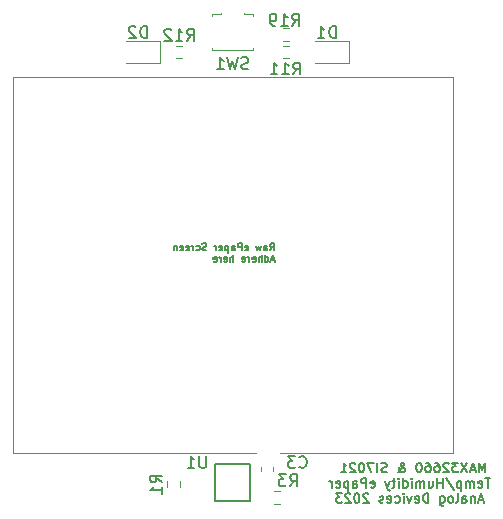
<source format=gbo>
%TF.GenerationSoftware,KiCad,Pcbnew,7.0.7*%
%TF.CreationDate,2023-11-30T17:57:34-08:00*%
%TF.ProjectId,TemperatureHumidityEPD,54656d70-6572-4617-9475-726548756d69,rev?*%
%TF.SameCoordinates,PX75040e0PY7b67cc0*%
%TF.FileFunction,Legend,Bot*%
%TF.FilePolarity,Positive*%
%FSLAX46Y46*%
G04 Gerber Fmt 4.6, Leading zero omitted, Abs format (unit mm)*
G04 Created by KiCad (PCBNEW 7.0.7) date 2023-11-30 17:57:34*
%MOMM*%
%LPD*%
G01*
G04 APERTURE LIST*
%ADD10C,0.127000*%
%ADD11C,0.100000*%
%ADD12C,0.150000*%
%ADD13C,0.120000*%
G04 APERTURE END LIST*
D10*
X27180733Y22712033D02*
X27380733Y22997747D01*
X27523590Y22712033D02*
X27523590Y23312033D01*
X27523590Y23312033D02*
X27295019Y23312033D01*
X27295019Y23312033D02*
X27237876Y23283462D01*
X27237876Y23283462D02*
X27209305Y23254890D01*
X27209305Y23254890D02*
X27180733Y23197747D01*
X27180733Y23197747D02*
X27180733Y23112033D01*
X27180733Y23112033D02*
X27209305Y23054890D01*
X27209305Y23054890D02*
X27237876Y23026319D01*
X27237876Y23026319D02*
X27295019Y22997747D01*
X27295019Y22997747D02*
X27523590Y22997747D01*
X26666448Y22712033D02*
X26666448Y23026319D01*
X26666448Y23026319D02*
X26695019Y23083462D01*
X26695019Y23083462D02*
X26752162Y23112033D01*
X26752162Y23112033D02*
X26866448Y23112033D01*
X26866448Y23112033D02*
X26923590Y23083462D01*
X26666448Y22740604D02*
X26723590Y22712033D01*
X26723590Y22712033D02*
X26866448Y22712033D01*
X26866448Y22712033D02*
X26923590Y22740604D01*
X26923590Y22740604D02*
X26952162Y22797747D01*
X26952162Y22797747D02*
X26952162Y22854890D01*
X26952162Y22854890D02*
X26923590Y22912033D01*
X26923590Y22912033D02*
X26866448Y22940604D01*
X26866448Y22940604D02*
X26723590Y22940604D01*
X26723590Y22940604D02*
X26666448Y22969176D01*
X26437876Y23112033D02*
X26323591Y22712033D01*
X26323591Y22712033D02*
X26209305Y22997747D01*
X26209305Y22997747D02*
X26095019Y22712033D01*
X26095019Y22712033D02*
X25980733Y23112033D01*
X25066448Y22740604D02*
X25123591Y22712033D01*
X25123591Y22712033D02*
X25237877Y22712033D01*
X25237877Y22712033D02*
X25295019Y22740604D01*
X25295019Y22740604D02*
X25323591Y22797747D01*
X25323591Y22797747D02*
X25323591Y23026319D01*
X25323591Y23026319D02*
X25295019Y23083462D01*
X25295019Y23083462D02*
X25237877Y23112033D01*
X25237877Y23112033D02*
X25123591Y23112033D01*
X25123591Y23112033D02*
X25066448Y23083462D01*
X25066448Y23083462D02*
X25037877Y23026319D01*
X25037877Y23026319D02*
X25037877Y22969176D01*
X25037877Y22969176D02*
X25323591Y22912033D01*
X24780733Y22712033D02*
X24780733Y23312033D01*
X24780733Y23312033D02*
X24552162Y23312033D01*
X24552162Y23312033D02*
X24495019Y23283462D01*
X24495019Y23283462D02*
X24466448Y23254890D01*
X24466448Y23254890D02*
X24437876Y23197747D01*
X24437876Y23197747D02*
X24437876Y23112033D01*
X24437876Y23112033D02*
X24466448Y23054890D01*
X24466448Y23054890D02*
X24495019Y23026319D01*
X24495019Y23026319D02*
X24552162Y22997747D01*
X24552162Y22997747D02*
X24780733Y22997747D01*
X23923591Y22712033D02*
X23923591Y23026319D01*
X23923591Y23026319D02*
X23952162Y23083462D01*
X23952162Y23083462D02*
X24009305Y23112033D01*
X24009305Y23112033D02*
X24123591Y23112033D01*
X24123591Y23112033D02*
X24180733Y23083462D01*
X23923591Y22740604D02*
X23980733Y22712033D01*
X23980733Y22712033D02*
X24123591Y22712033D01*
X24123591Y22712033D02*
X24180733Y22740604D01*
X24180733Y22740604D02*
X24209305Y22797747D01*
X24209305Y22797747D02*
X24209305Y22854890D01*
X24209305Y22854890D02*
X24180733Y22912033D01*
X24180733Y22912033D02*
X24123591Y22940604D01*
X24123591Y22940604D02*
X23980733Y22940604D01*
X23980733Y22940604D02*
X23923591Y22969176D01*
X23637876Y23112033D02*
X23637876Y22512033D01*
X23637876Y23083462D02*
X23580734Y23112033D01*
X23580734Y23112033D02*
X23466448Y23112033D01*
X23466448Y23112033D02*
X23409305Y23083462D01*
X23409305Y23083462D02*
X23380734Y23054890D01*
X23380734Y23054890D02*
X23352162Y22997747D01*
X23352162Y22997747D02*
X23352162Y22826319D01*
X23352162Y22826319D02*
X23380734Y22769176D01*
X23380734Y22769176D02*
X23409305Y22740604D01*
X23409305Y22740604D02*
X23466448Y22712033D01*
X23466448Y22712033D02*
X23580734Y22712033D01*
X23580734Y22712033D02*
X23637876Y22740604D01*
X22866448Y22740604D02*
X22923591Y22712033D01*
X22923591Y22712033D02*
X23037877Y22712033D01*
X23037877Y22712033D02*
X23095019Y22740604D01*
X23095019Y22740604D02*
X23123591Y22797747D01*
X23123591Y22797747D02*
X23123591Y23026319D01*
X23123591Y23026319D02*
X23095019Y23083462D01*
X23095019Y23083462D02*
X23037877Y23112033D01*
X23037877Y23112033D02*
X22923591Y23112033D01*
X22923591Y23112033D02*
X22866448Y23083462D01*
X22866448Y23083462D02*
X22837877Y23026319D01*
X22837877Y23026319D02*
X22837877Y22969176D01*
X22837877Y22969176D02*
X23123591Y22912033D01*
X22580733Y22712033D02*
X22580733Y23112033D01*
X22580733Y22997747D02*
X22552162Y23054890D01*
X22552162Y23054890D02*
X22523591Y23083462D01*
X22523591Y23083462D02*
X22466448Y23112033D01*
X22466448Y23112033D02*
X22409305Y23112033D01*
X21780733Y22740604D02*
X21695019Y22712033D01*
X21695019Y22712033D02*
X21552161Y22712033D01*
X21552161Y22712033D02*
X21495019Y22740604D01*
X21495019Y22740604D02*
X21466447Y22769176D01*
X21466447Y22769176D02*
X21437876Y22826319D01*
X21437876Y22826319D02*
X21437876Y22883462D01*
X21437876Y22883462D02*
X21466447Y22940604D01*
X21466447Y22940604D02*
X21495019Y22969176D01*
X21495019Y22969176D02*
X21552161Y22997747D01*
X21552161Y22997747D02*
X21666447Y23026319D01*
X21666447Y23026319D02*
X21723590Y23054890D01*
X21723590Y23054890D02*
X21752161Y23083462D01*
X21752161Y23083462D02*
X21780733Y23140604D01*
X21780733Y23140604D02*
X21780733Y23197747D01*
X21780733Y23197747D02*
X21752161Y23254890D01*
X21752161Y23254890D02*
X21723590Y23283462D01*
X21723590Y23283462D02*
X21666447Y23312033D01*
X21666447Y23312033D02*
X21523590Y23312033D01*
X21523590Y23312033D02*
X21437876Y23283462D01*
X20923590Y22740604D02*
X20980732Y22712033D01*
X20980732Y22712033D02*
X21095018Y22712033D01*
X21095018Y22712033D02*
X21152161Y22740604D01*
X21152161Y22740604D02*
X21180732Y22769176D01*
X21180732Y22769176D02*
X21209304Y22826319D01*
X21209304Y22826319D02*
X21209304Y22997747D01*
X21209304Y22997747D02*
X21180732Y23054890D01*
X21180732Y23054890D02*
X21152161Y23083462D01*
X21152161Y23083462D02*
X21095018Y23112033D01*
X21095018Y23112033D02*
X20980732Y23112033D01*
X20980732Y23112033D02*
X20923590Y23083462D01*
X20666446Y22712033D02*
X20666446Y23112033D01*
X20666446Y22997747D02*
X20637875Y23054890D01*
X20637875Y23054890D02*
X20609304Y23083462D01*
X20609304Y23083462D02*
X20552161Y23112033D01*
X20552161Y23112033D02*
X20495018Y23112033D01*
X20066446Y22740604D02*
X20123589Y22712033D01*
X20123589Y22712033D02*
X20237875Y22712033D01*
X20237875Y22712033D02*
X20295017Y22740604D01*
X20295017Y22740604D02*
X20323589Y22797747D01*
X20323589Y22797747D02*
X20323589Y23026319D01*
X20323589Y23026319D02*
X20295017Y23083462D01*
X20295017Y23083462D02*
X20237875Y23112033D01*
X20237875Y23112033D02*
X20123589Y23112033D01*
X20123589Y23112033D02*
X20066446Y23083462D01*
X20066446Y23083462D02*
X20037875Y23026319D01*
X20037875Y23026319D02*
X20037875Y22969176D01*
X20037875Y22969176D02*
X20323589Y22912033D01*
X19552160Y22740604D02*
X19609303Y22712033D01*
X19609303Y22712033D02*
X19723589Y22712033D01*
X19723589Y22712033D02*
X19780731Y22740604D01*
X19780731Y22740604D02*
X19809303Y22797747D01*
X19809303Y22797747D02*
X19809303Y23026319D01*
X19809303Y23026319D02*
X19780731Y23083462D01*
X19780731Y23083462D02*
X19723589Y23112033D01*
X19723589Y23112033D02*
X19609303Y23112033D01*
X19609303Y23112033D02*
X19552160Y23083462D01*
X19552160Y23083462D02*
X19523589Y23026319D01*
X19523589Y23026319D02*
X19523589Y22969176D01*
X19523589Y22969176D02*
X19809303Y22912033D01*
X19266445Y23112033D02*
X19266445Y22712033D01*
X19266445Y23054890D02*
X19237874Y23083462D01*
X19237874Y23083462D02*
X19180731Y23112033D01*
X19180731Y23112033D02*
X19095017Y23112033D01*
X19095017Y23112033D02*
X19037874Y23083462D01*
X19037874Y23083462D02*
X19009303Y23026319D01*
X19009303Y23026319D02*
X19009303Y22712033D01*
X27552162Y21917462D02*
X27266448Y21917462D01*
X27609305Y21746033D02*
X27409305Y22346033D01*
X27409305Y22346033D02*
X27209305Y21746033D01*
X26752162Y21746033D02*
X26752162Y22346033D01*
X26752162Y21774604D02*
X26809304Y21746033D01*
X26809304Y21746033D02*
X26923590Y21746033D01*
X26923590Y21746033D02*
X26980733Y21774604D01*
X26980733Y21774604D02*
X27009304Y21803176D01*
X27009304Y21803176D02*
X27037876Y21860319D01*
X27037876Y21860319D02*
X27037876Y22031747D01*
X27037876Y22031747D02*
X27009304Y22088890D01*
X27009304Y22088890D02*
X26980733Y22117462D01*
X26980733Y22117462D02*
X26923590Y22146033D01*
X26923590Y22146033D02*
X26809304Y22146033D01*
X26809304Y22146033D02*
X26752162Y22117462D01*
X26466447Y21746033D02*
X26466447Y22346033D01*
X26209305Y21746033D02*
X26209305Y22060319D01*
X26209305Y22060319D02*
X26237876Y22117462D01*
X26237876Y22117462D02*
X26295019Y22146033D01*
X26295019Y22146033D02*
X26380733Y22146033D01*
X26380733Y22146033D02*
X26437876Y22117462D01*
X26437876Y22117462D02*
X26466447Y22088890D01*
X25695019Y21774604D02*
X25752162Y21746033D01*
X25752162Y21746033D02*
X25866448Y21746033D01*
X25866448Y21746033D02*
X25923590Y21774604D01*
X25923590Y21774604D02*
X25952162Y21831747D01*
X25952162Y21831747D02*
X25952162Y22060319D01*
X25952162Y22060319D02*
X25923590Y22117462D01*
X25923590Y22117462D02*
X25866448Y22146033D01*
X25866448Y22146033D02*
X25752162Y22146033D01*
X25752162Y22146033D02*
X25695019Y22117462D01*
X25695019Y22117462D02*
X25666448Y22060319D01*
X25666448Y22060319D02*
X25666448Y22003176D01*
X25666448Y22003176D02*
X25952162Y21946033D01*
X25409304Y21746033D02*
X25409304Y22146033D01*
X25409304Y22031747D02*
X25380733Y22088890D01*
X25380733Y22088890D02*
X25352162Y22117462D01*
X25352162Y22117462D02*
X25295019Y22146033D01*
X25295019Y22146033D02*
X25237876Y22146033D01*
X24809304Y21774604D02*
X24866447Y21746033D01*
X24866447Y21746033D02*
X24980733Y21746033D01*
X24980733Y21746033D02*
X25037875Y21774604D01*
X25037875Y21774604D02*
X25066447Y21831747D01*
X25066447Y21831747D02*
X25066447Y22060319D01*
X25066447Y22060319D02*
X25037875Y22117462D01*
X25037875Y22117462D02*
X24980733Y22146033D01*
X24980733Y22146033D02*
X24866447Y22146033D01*
X24866447Y22146033D02*
X24809304Y22117462D01*
X24809304Y22117462D02*
X24780733Y22060319D01*
X24780733Y22060319D02*
X24780733Y22003176D01*
X24780733Y22003176D02*
X25066447Y21946033D01*
X24066446Y21746033D02*
X24066446Y22346033D01*
X23809304Y21746033D02*
X23809304Y22060319D01*
X23809304Y22060319D02*
X23837875Y22117462D01*
X23837875Y22117462D02*
X23895018Y22146033D01*
X23895018Y22146033D02*
X23980732Y22146033D01*
X23980732Y22146033D02*
X24037875Y22117462D01*
X24037875Y22117462D02*
X24066446Y22088890D01*
X23295018Y21774604D02*
X23352161Y21746033D01*
X23352161Y21746033D02*
X23466447Y21746033D01*
X23466447Y21746033D02*
X23523589Y21774604D01*
X23523589Y21774604D02*
X23552161Y21831747D01*
X23552161Y21831747D02*
X23552161Y22060319D01*
X23552161Y22060319D02*
X23523589Y22117462D01*
X23523589Y22117462D02*
X23466447Y22146033D01*
X23466447Y22146033D02*
X23352161Y22146033D01*
X23352161Y22146033D02*
X23295018Y22117462D01*
X23295018Y22117462D02*
X23266447Y22060319D01*
X23266447Y22060319D02*
X23266447Y22003176D01*
X23266447Y22003176D02*
X23552161Y21946033D01*
X23009303Y21746033D02*
X23009303Y22146033D01*
X23009303Y22031747D02*
X22980732Y22088890D01*
X22980732Y22088890D02*
X22952161Y22117462D01*
X22952161Y22117462D02*
X22895018Y22146033D01*
X22895018Y22146033D02*
X22837875Y22146033D01*
X22409303Y21774604D02*
X22466446Y21746033D01*
X22466446Y21746033D02*
X22580732Y21746033D01*
X22580732Y21746033D02*
X22637874Y21774604D01*
X22637874Y21774604D02*
X22666446Y21831747D01*
X22666446Y21831747D02*
X22666446Y22060319D01*
X22666446Y22060319D02*
X22637874Y22117462D01*
X22637874Y22117462D02*
X22580732Y22146033D01*
X22580732Y22146033D02*
X22466446Y22146033D01*
X22466446Y22146033D02*
X22409303Y22117462D01*
X22409303Y22117462D02*
X22380732Y22060319D01*
X22380732Y22060319D02*
X22380732Y22003176D01*
X22380732Y22003176D02*
X22666446Y21946033D01*
D11*
X28000000Y5600000D02*
X42660000Y5600000D01*
X5380000Y37400000D02*
X5380000Y5600000D01*
X42660000Y37400000D02*
X42660000Y5600000D01*
X5380000Y5600000D02*
X26000000Y5600000D01*
X42660000Y37400000D02*
X5380000Y37400000D01*
D10*
X45400000Y3924509D02*
X45400000Y4724509D01*
X45400000Y4724509D02*
X45133334Y4153081D01*
X45133334Y4153081D02*
X44866667Y4724509D01*
X44866667Y4724509D02*
X44866667Y3924509D01*
X44523810Y4153081D02*
X44142857Y4153081D01*
X44600000Y3924509D02*
X44333333Y4724509D01*
X44333333Y4724509D02*
X44066667Y3924509D01*
X43876191Y4724509D02*
X43342857Y3924509D01*
X43342857Y4724509D02*
X43876191Y3924509D01*
X43114286Y4724509D02*
X42619048Y4724509D01*
X42619048Y4724509D02*
X42885714Y4419747D01*
X42885714Y4419747D02*
X42771429Y4419747D01*
X42771429Y4419747D02*
X42695238Y4381652D01*
X42695238Y4381652D02*
X42657143Y4343557D01*
X42657143Y4343557D02*
X42619048Y4267366D01*
X42619048Y4267366D02*
X42619048Y4076890D01*
X42619048Y4076890D02*
X42657143Y4000700D01*
X42657143Y4000700D02*
X42695238Y3962604D01*
X42695238Y3962604D02*
X42771429Y3924509D01*
X42771429Y3924509D02*
X43000000Y3924509D01*
X43000000Y3924509D02*
X43076191Y3962604D01*
X43076191Y3962604D02*
X43114286Y4000700D01*
X42314286Y4648319D02*
X42276190Y4686414D01*
X42276190Y4686414D02*
X42200000Y4724509D01*
X42200000Y4724509D02*
X42009524Y4724509D01*
X42009524Y4724509D02*
X41933333Y4686414D01*
X41933333Y4686414D02*
X41895238Y4648319D01*
X41895238Y4648319D02*
X41857143Y4572128D01*
X41857143Y4572128D02*
X41857143Y4495938D01*
X41857143Y4495938D02*
X41895238Y4381652D01*
X41895238Y4381652D02*
X42352381Y3924509D01*
X42352381Y3924509D02*
X41857143Y3924509D01*
X41171428Y4724509D02*
X41323809Y4724509D01*
X41323809Y4724509D02*
X41400000Y4686414D01*
X41400000Y4686414D02*
X41438095Y4648319D01*
X41438095Y4648319D02*
X41514285Y4534033D01*
X41514285Y4534033D02*
X41552381Y4381652D01*
X41552381Y4381652D02*
X41552381Y4076890D01*
X41552381Y4076890D02*
X41514285Y4000700D01*
X41514285Y4000700D02*
X41476190Y3962604D01*
X41476190Y3962604D02*
X41400000Y3924509D01*
X41400000Y3924509D02*
X41247619Y3924509D01*
X41247619Y3924509D02*
X41171428Y3962604D01*
X41171428Y3962604D02*
X41133333Y4000700D01*
X41133333Y4000700D02*
X41095238Y4076890D01*
X41095238Y4076890D02*
X41095238Y4267366D01*
X41095238Y4267366D02*
X41133333Y4343557D01*
X41133333Y4343557D02*
X41171428Y4381652D01*
X41171428Y4381652D02*
X41247619Y4419747D01*
X41247619Y4419747D02*
X41400000Y4419747D01*
X41400000Y4419747D02*
X41476190Y4381652D01*
X41476190Y4381652D02*
X41514285Y4343557D01*
X41514285Y4343557D02*
X41552381Y4267366D01*
X40409523Y4724509D02*
X40561904Y4724509D01*
X40561904Y4724509D02*
X40638095Y4686414D01*
X40638095Y4686414D02*
X40676190Y4648319D01*
X40676190Y4648319D02*
X40752380Y4534033D01*
X40752380Y4534033D02*
X40790476Y4381652D01*
X40790476Y4381652D02*
X40790476Y4076890D01*
X40790476Y4076890D02*
X40752380Y4000700D01*
X40752380Y4000700D02*
X40714285Y3962604D01*
X40714285Y3962604D02*
X40638095Y3924509D01*
X40638095Y3924509D02*
X40485714Y3924509D01*
X40485714Y3924509D02*
X40409523Y3962604D01*
X40409523Y3962604D02*
X40371428Y4000700D01*
X40371428Y4000700D02*
X40333333Y4076890D01*
X40333333Y4076890D02*
X40333333Y4267366D01*
X40333333Y4267366D02*
X40371428Y4343557D01*
X40371428Y4343557D02*
X40409523Y4381652D01*
X40409523Y4381652D02*
X40485714Y4419747D01*
X40485714Y4419747D02*
X40638095Y4419747D01*
X40638095Y4419747D02*
X40714285Y4381652D01*
X40714285Y4381652D02*
X40752380Y4343557D01*
X40752380Y4343557D02*
X40790476Y4267366D01*
X39838094Y4724509D02*
X39761904Y4724509D01*
X39761904Y4724509D02*
X39685713Y4686414D01*
X39685713Y4686414D02*
X39647618Y4648319D01*
X39647618Y4648319D02*
X39609523Y4572128D01*
X39609523Y4572128D02*
X39571428Y4419747D01*
X39571428Y4419747D02*
X39571428Y4229271D01*
X39571428Y4229271D02*
X39609523Y4076890D01*
X39609523Y4076890D02*
X39647618Y4000700D01*
X39647618Y4000700D02*
X39685713Y3962604D01*
X39685713Y3962604D02*
X39761904Y3924509D01*
X39761904Y3924509D02*
X39838094Y3924509D01*
X39838094Y3924509D02*
X39914285Y3962604D01*
X39914285Y3962604D02*
X39952380Y4000700D01*
X39952380Y4000700D02*
X39990475Y4076890D01*
X39990475Y4076890D02*
X40028571Y4229271D01*
X40028571Y4229271D02*
X40028571Y4419747D01*
X40028571Y4419747D02*
X39990475Y4572128D01*
X39990475Y4572128D02*
X39952380Y4648319D01*
X39952380Y4648319D02*
X39914285Y4686414D01*
X39914285Y4686414D02*
X39838094Y4724509D01*
X37971427Y3924509D02*
X38009523Y3924509D01*
X38009523Y3924509D02*
X38085713Y3962604D01*
X38085713Y3962604D02*
X38199999Y4076890D01*
X38199999Y4076890D02*
X38390475Y4305462D01*
X38390475Y4305462D02*
X38466665Y4419747D01*
X38466665Y4419747D02*
X38504761Y4534033D01*
X38504761Y4534033D02*
X38504761Y4610224D01*
X38504761Y4610224D02*
X38466665Y4686414D01*
X38466665Y4686414D02*
X38390475Y4724509D01*
X38390475Y4724509D02*
X38352380Y4724509D01*
X38352380Y4724509D02*
X38276189Y4686414D01*
X38276189Y4686414D02*
X38238094Y4610224D01*
X38238094Y4610224D02*
X38238094Y4572128D01*
X38238094Y4572128D02*
X38276189Y4495938D01*
X38276189Y4495938D02*
X38314284Y4457843D01*
X38314284Y4457843D02*
X38542856Y4305462D01*
X38542856Y4305462D02*
X38580951Y4267366D01*
X38580951Y4267366D02*
X38619046Y4191176D01*
X38619046Y4191176D02*
X38619046Y4076890D01*
X38619046Y4076890D02*
X38580951Y4000700D01*
X38580951Y4000700D02*
X38542856Y3962604D01*
X38542856Y3962604D02*
X38466665Y3924509D01*
X38466665Y3924509D02*
X38352380Y3924509D01*
X38352380Y3924509D02*
X38276189Y3962604D01*
X38276189Y3962604D02*
X38238094Y4000700D01*
X38238094Y4000700D02*
X38123808Y4153081D01*
X38123808Y4153081D02*
X38085713Y4267366D01*
X38085713Y4267366D02*
X38085713Y4343557D01*
X37057142Y3962604D02*
X36942856Y3924509D01*
X36942856Y3924509D02*
X36752380Y3924509D01*
X36752380Y3924509D02*
X36676189Y3962604D01*
X36676189Y3962604D02*
X36638094Y4000700D01*
X36638094Y4000700D02*
X36599999Y4076890D01*
X36599999Y4076890D02*
X36599999Y4153081D01*
X36599999Y4153081D02*
X36638094Y4229271D01*
X36638094Y4229271D02*
X36676189Y4267366D01*
X36676189Y4267366D02*
X36752380Y4305462D01*
X36752380Y4305462D02*
X36904761Y4343557D01*
X36904761Y4343557D02*
X36980951Y4381652D01*
X36980951Y4381652D02*
X37019046Y4419747D01*
X37019046Y4419747D02*
X37057142Y4495938D01*
X37057142Y4495938D02*
X37057142Y4572128D01*
X37057142Y4572128D02*
X37019046Y4648319D01*
X37019046Y4648319D02*
X36980951Y4686414D01*
X36980951Y4686414D02*
X36904761Y4724509D01*
X36904761Y4724509D02*
X36714284Y4724509D01*
X36714284Y4724509D02*
X36599999Y4686414D01*
X36257141Y3924509D02*
X36257141Y4724509D01*
X35952380Y4724509D02*
X35419046Y4724509D01*
X35419046Y4724509D02*
X35761904Y3924509D01*
X34961903Y4724509D02*
X34885713Y4724509D01*
X34885713Y4724509D02*
X34809522Y4686414D01*
X34809522Y4686414D02*
X34771427Y4648319D01*
X34771427Y4648319D02*
X34733332Y4572128D01*
X34733332Y4572128D02*
X34695237Y4419747D01*
X34695237Y4419747D02*
X34695237Y4229271D01*
X34695237Y4229271D02*
X34733332Y4076890D01*
X34733332Y4076890D02*
X34771427Y4000700D01*
X34771427Y4000700D02*
X34809522Y3962604D01*
X34809522Y3962604D02*
X34885713Y3924509D01*
X34885713Y3924509D02*
X34961903Y3924509D01*
X34961903Y3924509D02*
X35038094Y3962604D01*
X35038094Y3962604D02*
X35076189Y4000700D01*
X35076189Y4000700D02*
X35114284Y4076890D01*
X35114284Y4076890D02*
X35152380Y4229271D01*
X35152380Y4229271D02*
X35152380Y4419747D01*
X35152380Y4419747D02*
X35114284Y4572128D01*
X35114284Y4572128D02*
X35076189Y4648319D01*
X35076189Y4648319D02*
X35038094Y4686414D01*
X35038094Y4686414D02*
X34961903Y4724509D01*
X34390475Y4648319D02*
X34352379Y4686414D01*
X34352379Y4686414D02*
X34276189Y4724509D01*
X34276189Y4724509D02*
X34085713Y4724509D01*
X34085713Y4724509D02*
X34009522Y4686414D01*
X34009522Y4686414D02*
X33971427Y4648319D01*
X33971427Y4648319D02*
X33933332Y4572128D01*
X33933332Y4572128D02*
X33933332Y4495938D01*
X33933332Y4495938D02*
X33971427Y4381652D01*
X33971427Y4381652D02*
X34428570Y3924509D01*
X34428570Y3924509D02*
X33933332Y3924509D01*
X33171427Y3924509D02*
X33628570Y3924509D01*
X33399998Y3924509D02*
X33399998Y4724509D01*
X33399998Y4724509D02*
X33476189Y4610224D01*
X33476189Y4610224D02*
X33552379Y4534033D01*
X33552379Y4534033D02*
X33628570Y4495938D01*
X45838095Y3436509D02*
X45380952Y3436509D01*
X45609524Y2636509D02*
X45609524Y3436509D01*
X44809523Y2674604D02*
X44885714Y2636509D01*
X44885714Y2636509D02*
X45038095Y2636509D01*
X45038095Y2636509D02*
X45114285Y2674604D01*
X45114285Y2674604D02*
X45152381Y2750795D01*
X45152381Y2750795D02*
X45152381Y3055557D01*
X45152381Y3055557D02*
X45114285Y3131747D01*
X45114285Y3131747D02*
X45038095Y3169843D01*
X45038095Y3169843D02*
X44885714Y3169843D01*
X44885714Y3169843D02*
X44809523Y3131747D01*
X44809523Y3131747D02*
X44771428Y3055557D01*
X44771428Y3055557D02*
X44771428Y2979366D01*
X44771428Y2979366D02*
X45152381Y2903176D01*
X44428571Y2636509D02*
X44428571Y3169843D01*
X44428571Y3093652D02*
X44390476Y3131747D01*
X44390476Y3131747D02*
X44314286Y3169843D01*
X44314286Y3169843D02*
X44200000Y3169843D01*
X44200000Y3169843D02*
X44123809Y3131747D01*
X44123809Y3131747D02*
X44085714Y3055557D01*
X44085714Y3055557D02*
X44085714Y2636509D01*
X44085714Y3055557D02*
X44047619Y3131747D01*
X44047619Y3131747D02*
X43971428Y3169843D01*
X43971428Y3169843D02*
X43857143Y3169843D01*
X43857143Y3169843D02*
X43780952Y3131747D01*
X43780952Y3131747D02*
X43742857Y3055557D01*
X43742857Y3055557D02*
X43742857Y2636509D01*
X43361904Y3169843D02*
X43361904Y2369843D01*
X43361904Y3131747D02*
X43285714Y3169843D01*
X43285714Y3169843D02*
X43133333Y3169843D01*
X43133333Y3169843D02*
X43057142Y3131747D01*
X43057142Y3131747D02*
X43019047Y3093652D01*
X43019047Y3093652D02*
X42980952Y3017462D01*
X42980952Y3017462D02*
X42980952Y2788890D01*
X42980952Y2788890D02*
X43019047Y2712700D01*
X43019047Y2712700D02*
X43057142Y2674604D01*
X43057142Y2674604D02*
X43133333Y2636509D01*
X43133333Y2636509D02*
X43285714Y2636509D01*
X43285714Y2636509D02*
X43361904Y2674604D01*
X42066666Y3474604D02*
X42752380Y2446033D01*
X41799999Y2636509D02*
X41799999Y3436509D01*
X41799999Y3055557D02*
X41342856Y3055557D01*
X41342856Y2636509D02*
X41342856Y3436509D01*
X40619047Y3169843D02*
X40619047Y2636509D01*
X40961904Y3169843D02*
X40961904Y2750795D01*
X40961904Y2750795D02*
X40923809Y2674604D01*
X40923809Y2674604D02*
X40847619Y2636509D01*
X40847619Y2636509D02*
X40733333Y2636509D01*
X40733333Y2636509D02*
X40657142Y2674604D01*
X40657142Y2674604D02*
X40619047Y2712700D01*
X40238094Y2636509D02*
X40238094Y3169843D01*
X40238094Y3093652D02*
X40199999Y3131747D01*
X40199999Y3131747D02*
X40123809Y3169843D01*
X40123809Y3169843D02*
X40009523Y3169843D01*
X40009523Y3169843D02*
X39933332Y3131747D01*
X39933332Y3131747D02*
X39895237Y3055557D01*
X39895237Y3055557D02*
X39895237Y2636509D01*
X39895237Y3055557D02*
X39857142Y3131747D01*
X39857142Y3131747D02*
X39780951Y3169843D01*
X39780951Y3169843D02*
X39666666Y3169843D01*
X39666666Y3169843D02*
X39590475Y3131747D01*
X39590475Y3131747D02*
X39552380Y3055557D01*
X39552380Y3055557D02*
X39552380Y2636509D01*
X39171427Y2636509D02*
X39171427Y3169843D01*
X39171427Y3436509D02*
X39209523Y3398414D01*
X39209523Y3398414D02*
X39171427Y3360319D01*
X39171427Y3360319D02*
X39133332Y3398414D01*
X39133332Y3398414D02*
X39171427Y3436509D01*
X39171427Y3436509D02*
X39171427Y3360319D01*
X38447618Y2636509D02*
X38447618Y3436509D01*
X38447618Y2674604D02*
X38523809Y2636509D01*
X38523809Y2636509D02*
X38676190Y2636509D01*
X38676190Y2636509D02*
X38752380Y2674604D01*
X38752380Y2674604D02*
X38790475Y2712700D01*
X38790475Y2712700D02*
X38828571Y2788890D01*
X38828571Y2788890D02*
X38828571Y3017462D01*
X38828571Y3017462D02*
X38790475Y3093652D01*
X38790475Y3093652D02*
X38752380Y3131747D01*
X38752380Y3131747D02*
X38676190Y3169843D01*
X38676190Y3169843D02*
X38523809Y3169843D01*
X38523809Y3169843D02*
X38447618Y3131747D01*
X38066665Y2636509D02*
X38066665Y3169843D01*
X38066665Y3436509D02*
X38104761Y3398414D01*
X38104761Y3398414D02*
X38066665Y3360319D01*
X38066665Y3360319D02*
X38028570Y3398414D01*
X38028570Y3398414D02*
X38066665Y3436509D01*
X38066665Y3436509D02*
X38066665Y3360319D01*
X37799999Y3169843D02*
X37495237Y3169843D01*
X37685713Y3436509D02*
X37685713Y2750795D01*
X37685713Y2750795D02*
X37647618Y2674604D01*
X37647618Y2674604D02*
X37571428Y2636509D01*
X37571428Y2636509D02*
X37495237Y2636509D01*
X37304761Y3169843D02*
X37114285Y2636509D01*
X36923808Y3169843D02*
X37114285Y2636509D01*
X37114285Y2636509D02*
X37190475Y2446033D01*
X37190475Y2446033D02*
X37228570Y2407938D01*
X37228570Y2407938D02*
X37304761Y2369843D01*
X35704760Y2674604D02*
X35780951Y2636509D01*
X35780951Y2636509D02*
X35933332Y2636509D01*
X35933332Y2636509D02*
X36009522Y2674604D01*
X36009522Y2674604D02*
X36047618Y2750795D01*
X36047618Y2750795D02*
X36047618Y3055557D01*
X36047618Y3055557D02*
X36009522Y3131747D01*
X36009522Y3131747D02*
X35933332Y3169843D01*
X35933332Y3169843D02*
X35780951Y3169843D01*
X35780951Y3169843D02*
X35704760Y3131747D01*
X35704760Y3131747D02*
X35666665Y3055557D01*
X35666665Y3055557D02*
X35666665Y2979366D01*
X35666665Y2979366D02*
X36047618Y2903176D01*
X35323808Y2636509D02*
X35323808Y3436509D01*
X35323808Y3436509D02*
X35019046Y3436509D01*
X35019046Y3436509D02*
X34942856Y3398414D01*
X34942856Y3398414D02*
X34904761Y3360319D01*
X34904761Y3360319D02*
X34866665Y3284128D01*
X34866665Y3284128D02*
X34866665Y3169843D01*
X34866665Y3169843D02*
X34904761Y3093652D01*
X34904761Y3093652D02*
X34942856Y3055557D01*
X34942856Y3055557D02*
X35019046Y3017462D01*
X35019046Y3017462D02*
X35323808Y3017462D01*
X34180951Y2636509D02*
X34180951Y3055557D01*
X34180951Y3055557D02*
X34219046Y3131747D01*
X34219046Y3131747D02*
X34295237Y3169843D01*
X34295237Y3169843D02*
X34447618Y3169843D01*
X34447618Y3169843D02*
X34523808Y3131747D01*
X34180951Y2674604D02*
X34257142Y2636509D01*
X34257142Y2636509D02*
X34447618Y2636509D01*
X34447618Y2636509D02*
X34523808Y2674604D01*
X34523808Y2674604D02*
X34561904Y2750795D01*
X34561904Y2750795D02*
X34561904Y2826985D01*
X34561904Y2826985D02*
X34523808Y2903176D01*
X34523808Y2903176D02*
X34447618Y2941271D01*
X34447618Y2941271D02*
X34257142Y2941271D01*
X34257142Y2941271D02*
X34180951Y2979366D01*
X33799998Y3169843D02*
X33799998Y2369843D01*
X33799998Y3131747D02*
X33723808Y3169843D01*
X33723808Y3169843D02*
X33571427Y3169843D01*
X33571427Y3169843D02*
X33495236Y3131747D01*
X33495236Y3131747D02*
X33457141Y3093652D01*
X33457141Y3093652D02*
X33419046Y3017462D01*
X33419046Y3017462D02*
X33419046Y2788890D01*
X33419046Y2788890D02*
X33457141Y2712700D01*
X33457141Y2712700D02*
X33495236Y2674604D01*
X33495236Y2674604D02*
X33571427Y2636509D01*
X33571427Y2636509D02*
X33723808Y2636509D01*
X33723808Y2636509D02*
X33799998Y2674604D01*
X32771426Y2674604D02*
X32847617Y2636509D01*
X32847617Y2636509D02*
X32999998Y2636509D01*
X32999998Y2636509D02*
X33076188Y2674604D01*
X33076188Y2674604D02*
X33114284Y2750795D01*
X33114284Y2750795D02*
X33114284Y3055557D01*
X33114284Y3055557D02*
X33076188Y3131747D01*
X33076188Y3131747D02*
X32999998Y3169843D01*
X32999998Y3169843D02*
X32847617Y3169843D01*
X32847617Y3169843D02*
X32771426Y3131747D01*
X32771426Y3131747D02*
X32733331Y3055557D01*
X32733331Y3055557D02*
X32733331Y2979366D01*
X32733331Y2979366D02*
X33114284Y2903176D01*
X32390474Y2636509D02*
X32390474Y3169843D01*
X32390474Y3017462D02*
X32352379Y3093652D01*
X32352379Y3093652D02*
X32314284Y3131747D01*
X32314284Y3131747D02*
X32238093Y3169843D01*
X32238093Y3169843D02*
X32161903Y3169843D01*
X45228572Y1577081D02*
X44847619Y1577081D01*
X45304762Y1348509D02*
X45038095Y2148509D01*
X45038095Y2148509D02*
X44771429Y1348509D01*
X44504762Y1881843D02*
X44504762Y1348509D01*
X44504762Y1805652D02*
X44466667Y1843747D01*
X44466667Y1843747D02*
X44390477Y1881843D01*
X44390477Y1881843D02*
X44276191Y1881843D01*
X44276191Y1881843D02*
X44200000Y1843747D01*
X44200000Y1843747D02*
X44161905Y1767557D01*
X44161905Y1767557D02*
X44161905Y1348509D01*
X43438095Y1348509D02*
X43438095Y1767557D01*
X43438095Y1767557D02*
X43476190Y1843747D01*
X43476190Y1843747D02*
X43552381Y1881843D01*
X43552381Y1881843D02*
X43704762Y1881843D01*
X43704762Y1881843D02*
X43780952Y1843747D01*
X43438095Y1386604D02*
X43514286Y1348509D01*
X43514286Y1348509D02*
X43704762Y1348509D01*
X43704762Y1348509D02*
X43780952Y1386604D01*
X43780952Y1386604D02*
X43819048Y1462795D01*
X43819048Y1462795D02*
X43819048Y1538985D01*
X43819048Y1538985D02*
X43780952Y1615176D01*
X43780952Y1615176D02*
X43704762Y1653271D01*
X43704762Y1653271D02*
X43514286Y1653271D01*
X43514286Y1653271D02*
X43438095Y1691366D01*
X42942857Y1348509D02*
X43019047Y1386604D01*
X43019047Y1386604D02*
X43057142Y1462795D01*
X43057142Y1462795D02*
X43057142Y2148509D01*
X42523809Y1348509D02*
X42599999Y1386604D01*
X42599999Y1386604D02*
X42638094Y1424700D01*
X42638094Y1424700D02*
X42676190Y1500890D01*
X42676190Y1500890D02*
X42676190Y1729462D01*
X42676190Y1729462D02*
X42638094Y1805652D01*
X42638094Y1805652D02*
X42599999Y1843747D01*
X42599999Y1843747D02*
X42523809Y1881843D01*
X42523809Y1881843D02*
X42409523Y1881843D01*
X42409523Y1881843D02*
X42333332Y1843747D01*
X42333332Y1843747D02*
X42295237Y1805652D01*
X42295237Y1805652D02*
X42257142Y1729462D01*
X42257142Y1729462D02*
X42257142Y1500890D01*
X42257142Y1500890D02*
X42295237Y1424700D01*
X42295237Y1424700D02*
X42333332Y1386604D01*
X42333332Y1386604D02*
X42409523Y1348509D01*
X42409523Y1348509D02*
X42523809Y1348509D01*
X41571427Y1881843D02*
X41571427Y1234224D01*
X41571427Y1234224D02*
X41609522Y1158033D01*
X41609522Y1158033D02*
X41647618Y1119938D01*
X41647618Y1119938D02*
X41723808Y1081843D01*
X41723808Y1081843D02*
X41838094Y1081843D01*
X41838094Y1081843D02*
X41914284Y1119938D01*
X41571427Y1386604D02*
X41647618Y1348509D01*
X41647618Y1348509D02*
X41799999Y1348509D01*
X41799999Y1348509D02*
X41876189Y1386604D01*
X41876189Y1386604D02*
X41914284Y1424700D01*
X41914284Y1424700D02*
X41952380Y1500890D01*
X41952380Y1500890D02*
X41952380Y1729462D01*
X41952380Y1729462D02*
X41914284Y1805652D01*
X41914284Y1805652D02*
X41876189Y1843747D01*
X41876189Y1843747D02*
X41799999Y1881843D01*
X41799999Y1881843D02*
X41647618Y1881843D01*
X41647618Y1881843D02*
X41571427Y1843747D01*
X40580950Y1348509D02*
X40580950Y2148509D01*
X40580950Y2148509D02*
X40390474Y2148509D01*
X40390474Y2148509D02*
X40276188Y2110414D01*
X40276188Y2110414D02*
X40199998Y2034224D01*
X40199998Y2034224D02*
X40161903Y1958033D01*
X40161903Y1958033D02*
X40123807Y1805652D01*
X40123807Y1805652D02*
X40123807Y1691366D01*
X40123807Y1691366D02*
X40161903Y1538985D01*
X40161903Y1538985D02*
X40199998Y1462795D01*
X40199998Y1462795D02*
X40276188Y1386604D01*
X40276188Y1386604D02*
X40390474Y1348509D01*
X40390474Y1348509D02*
X40580950Y1348509D01*
X39476188Y1386604D02*
X39552379Y1348509D01*
X39552379Y1348509D02*
X39704760Y1348509D01*
X39704760Y1348509D02*
X39780950Y1386604D01*
X39780950Y1386604D02*
X39819046Y1462795D01*
X39819046Y1462795D02*
X39819046Y1767557D01*
X39819046Y1767557D02*
X39780950Y1843747D01*
X39780950Y1843747D02*
X39704760Y1881843D01*
X39704760Y1881843D02*
X39552379Y1881843D01*
X39552379Y1881843D02*
X39476188Y1843747D01*
X39476188Y1843747D02*
X39438093Y1767557D01*
X39438093Y1767557D02*
X39438093Y1691366D01*
X39438093Y1691366D02*
X39819046Y1615176D01*
X39171427Y1881843D02*
X38980951Y1348509D01*
X38980951Y1348509D02*
X38790474Y1881843D01*
X38485712Y1348509D02*
X38485712Y1881843D01*
X38485712Y2148509D02*
X38523808Y2110414D01*
X38523808Y2110414D02*
X38485712Y2072319D01*
X38485712Y2072319D02*
X38447617Y2110414D01*
X38447617Y2110414D02*
X38485712Y2148509D01*
X38485712Y2148509D02*
X38485712Y2072319D01*
X37761903Y1386604D02*
X37838094Y1348509D01*
X37838094Y1348509D02*
X37990475Y1348509D01*
X37990475Y1348509D02*
X38066665Y1386604D01*
X38066665Y1386604D02*
X38104760Y1424700D01*
X38104760Y1424700D02*
X38142856Y1500890D01*
X38142856Y1500890D02*
X38142856Y1729462D01*
X38142856Y1729462D02*
X38104760Y1805652D01*
X38104760Y1805652D02*
X38066665Y1843747D01*
X38066665Y1843747D02*
X37990475Y1881843D01*
X37990475Y1881843D02*
X37838094Y1881843D01*
X37838094Y1881843D02*
X37761903Y1843747D01*
X37114284Y1386604D02*
X37190475Y1348509D01*
X37190475Y1348509D02*
X37342856Y1348509D01*
X37342856Y1348509D02*
X37419046Y1386604D01*
X37419046Y1386604D02*
X37457142Y1462795D01*
X37457142Y1462795D02*
X37457142Y1767557D01*
X37457142Y1767557D02*
X37419046Y1843747D01*
X37419046Y1843747D02*
X37342856Y1881843D01*
X37342856Y1881843D02*
X37190475Y1881843D01*
X37190475Y1881843D02*
X37114284Y1843747D01*
X37114284Y1843747D02*
X37076189Y1767557D01*
X37076189Y1767557D02*
X37076189Y1691366D01*
X37076189Y1691366D02*
X37457142Y1615176D01*
X36771428Y1386604D02*
X36695237Y1348509D01*
X36695237Y1348509D02*
X36542856Y1348509D01*
X36542856Y1348509D02*
X36466666Y1386604D01*
X36466666Y1386604D02*
X36428570Y1462795D01*
X36428570Y1462795D02*
X36428570Y1500890D01*
X36428570Y1500890D02*
X36466666Y1577081D01*
X36466666Y1577081D02*
X36542856Y1615176D01*
X36542856Y1615176D02*
X36657142Y1615176D01*
X36657142Y1615176D02*
X36733332Y1653271D01*
X36733332Y1653271D02*
X36771428Y1729462D01*
X36771428Y1729462D02*
X36771428Y1767557D01*
X36771428Y1767557D02*
X36733332Y1843747D01*
X36733332Y1843747D02*
X36657142Y1881843D01*
X36657142Y1881843D02*
X36542856Y1881843D01*
X36542856Y1881843D02*
X36466666Y1843747D01*
X35514285Y2072319D02*
X35476189Y2110414D01*
X35476189Y2110414D02*
X35399999Y2148509D01*
X35399999Y2148509D02*
X35209523Y2148509D01*
X35209523Y2148509D02*
X35133332Y2110414D01*
X35133332Y2110414D02*
X35095237Y2072319D01*
X35095237Y2072319D02*
X35057142Y1996128D01*
X35057142Y1996128D02*
X35057142Y1919938D01*
X35057142Y1919938D02*
X35095237Y1805652D01*
X35095237Y1805652D02*
X35552380Y1348509D01*
X35552380Y1348509D02*
X35057142Y1348509D01*
X34561903Y2148509D02*
X34485713Y2148509D01*
X34485713Y2148509D02*
X34409522Y2110414D01*
X34409522Y2110414D02*
X34371427Y2072319D01*
X34371427Y2072319D02*
X34333332Y1996128D01*
X34333332Y1996128D02*
X34295237Y1843747D01*
X34295237Y1843747D02*
X34295237Y1653271D01*
X34295237Y1653271D02*
X34333332Y1500890D01*
X34333332Y1500890D02*
X34371427Y1424700D01*
X34371427Y1424700D02*
X34409522Y1386604D01*
X34409522Y1386604D02*
X34485713Y1348509D01*
X34485713Y1348509D02*
X34561903Y1348509D01*
X34561903Y1348509D02*
X34638094Y1386604D01*
X34638094Y1386604D02*
X34676189Y1424700D01*
X34676189Y1424700D02*
X34714284Y1500890D01*
X34714284Y1500890D02*
X34752380Y1653271D01*
X34752380Y1653271D02*
X34752380Y1843747D01*
X34752380Y1843747D02*
X34714284Y1996128D01*
X34714284Y1996128D02*
X34676189Y2072319D01*
X34676189Y2072319D02*
X34638094Y2110414D01*
X34638094Y2110414D02*
X34561903Y2148509D01*
X33990475Y2072319D02*
X33952379Y2110414D01*
X33952379Y2110414D02*
X33876189Y2148509D01*
X33876189Y2148509D02*
X33685713Y2148509D01*
X33685713Y2148509D02*
X33609522Y2110414D01*
X33609522Y2110414D02*
X33571427Y2072319D01*
X33571427Y2072319D02*
X33533332Y1996128D01*
X33533332Y1996128D02*
X33533332Y1919938D01*
X33533332Y1919938D02*
X33571427Y1805652D01*
X33571427Y1805652D02*
X34028570Y1348509D01*
X34028570Y1348509D02*
X33533332Y1348509D01*
X33266665Y2148509D02*
X32771427Y2148509D01*
X32771427Y2148509D02*
X33038093Y1843747D01*
X33038093Y1843747D02*
X32923808Y1843747D01*
X32923808Y1843747D02*
X32847617Y1805652D01*
X32847617Y1805652D02*
X32809522Y1767557D01*
X32809522Y1767557D02*
X32771427Y1691366D01*
X32771427Y1691366D02*
X32771427Y1500890D01*
X32771427Y1500890D02*
X32809522Y1424700D01*
X32809522Y1424700D02*
X32847617Y1386604D01*
X32847617Y1386604D02*
X32923808Y1348509D01*
X32923808Y1348509D02*
X33152379Y1348509D01*
X33152379Y1348509D02*
X33228570Y1386604D01*
X33228570Y1386604D02*
X33266665Y1424700D01*
D12*
X29666666Y4390420D02*
X29714285Y4342800D01*
X29714285Y4342800D02*
X29857142Y4295181D01*
X29857142Y4295181D02*
X29952380Y4295181D01*
X29952380Y4295181D02*
X30095237Y4342800D01*
X30095237Y4342800D02*
X30190475Y4438039D01*
X30190475Y4438039D02*
X30238094Y4533277D01*
X30238094Y4533277D02*
X30285713Y4723753D01*
X30285713Y4723753D02*
X30285713Y4866610D01*
X30285713Y4866610D02*
X30238094Y5057086D01*
X30238094Y5057086D02*
X30190475Y5152324D01*
X30190475Y5152324D02*
X30095237Y5247562D01*
X30095237Y5247562D02*
X29952380Y5295181D01*
X29952380Y5295181D02*
X29857142Y5295181D01*
X29857142Y5295181D02*
X29714285Y5247562D01*
X29714285Y5247562D02*
X29666666Y5199943D01*
X29333332Y5295181D02*
X28714285Y5295181D01*
X28714285Y5295181D02*
X29047618Y4914229D01*
X29047618Y4914229D02*
X28904761Y4914229D01*
X28904761Y4914229D02*
X28809523Y4866610D01*
X28809523Y4866610D02*
X28761904Y4818991D01*
X28761904Y4818991D02*
X28714285Y4723753D01*
X28714285Y4723753D02*
X28714285Y4485658D01*
X28714285Y4485658D02*
X28761904Y4390420D01*
X28761904Y4390420D02*
X28809523Y4342800D01*
X28809523Y4342800D02*
X28904761Y4295181D01*
X28904761Y4295181D02*
X29190475Y4295181D01*
X29190475Y4295181D02*
X29285713Y4342800D01*
X29285713Y4342800D02*
X29333332Y4390420D01*
X18024819Y3079167D02*
X17548628Y3412500D01*
X18024819Y3650595D02*
X17024819Y3650595D01*
X17024819Y3650595D02*
X17024819Y3269643D01*
X17024819Y3269643D02*
X17072438Y3174405D01*
X17072438Y3174405D02*
X17120057Y3126786D01*
X17120057Y3126786D02*
X17215295Y3079167D01*
X17215295Y3079167D02*
X17358152Y3079167D01*
X17358152Y3079167D02*
X17453390Y3126786D01*
X17453390Y3126786D02*
X17501009Y3174405D01*
X17501009Y3174405D02*
X17548628Y3269643D01*
X17548628Y3269643D02*
X17548628Y3650595D01*
X18024819Y2126786D02*
X18024819Y2698214D01*
X18024819Y2412500D02*
X17024819Y2412500D01*
X17024819Y2412500D02*
X17167676Y2507738D01*
X17167676Y2507738D02*
X17262914Y2602976D01*
X17262914Y2602976D02*
X17310533Y2698214D01*
X28866666Y2745181D02*
X29199999Y3221372D01*
X29438094Y2745181D02*
X29438094Y3745181D01*
X29438094Y3745181D02*
X29057142Y3745181D01*
X29057142Y3745181D02*
X28961904Y3697562D01*
X28961904Y3697562D02*
X28914285Y3649943D01*
X28914285Y3649943D02*
X28866666Y3554705D01*
X28866666Y3554705D02*
X28866666Y3411848D01*
X28866666Y3411848D02*
X28914285Y3316610D01*
X28914285Y3316610D02*
X28961904Y3268991D01*
X28961904Y3268991D02*
X29057142Y3221372D01*
X29057142Y3221372D02*
X29438094Y3221372D01*
X28533332Y3745181D02*
X27914285Y3745181D01*
X27914285Y3745181D02*
X28247618Y3364229D01*
X28247618Y3364229D02*
X28104761Y3364229D01*
X28104761Y3364229D02*
X28009523Y3316610D01*
X28009523Y3316610D02*
X27961904Y3268991D01*
X27961904Y3268991D02*
X27914285Y3173753D01*
X27914285Y3173753D02*
X27914285Y2935658D01*
X27914285Y2935658D02*
X27961904Y2840420D01*
X27961904Y2840420D02*
X28009523Y2792800D01*
X28009523Y2792800D02*
X28104761Y2745181D01*
X28104761Y2745181D02*
X28390475Y2745181D01*
X28390475Y2745181D02*
X28485713Y2792800D01*
X28485713Y2792800D02*
X28533332Y2840420D01*
X21761904Y5295181D02*
X21761904Y4485658D01*
X21761904Y4485658D02*
X21714285Y4390420D01*
X21714285Y4390420D02*
X21666666Y4342800D01*
X21666666Y4342800D02*
X21571428Y4295181D01*
X21571428Y4295181D02*
X21380952Y4295181D01*
X21380952Y4295181D02*
X21285714Y4342800D01*
X21285714Y4342800D02*
X21238095Y4390420D01*
X21238095Y4390420D02*
X21190476Y4485658D01*
X21190476Y4485658D02*
X21190476Y5295181D01*
X20190476Y4295181D02*
X20761904Y4295181D01*
X20476190Y4295181D02*
X20476190Y5295181D01*
X20476190Y5295181D02*
X20571428Y5152324D01*
X20571428Y5152324D02*
X20666666Y5057086D01*
X20666666Y5057086D02*
X20761904Y5009467D01*
X16738094Y40695181D02*
X16738094Y41695181D01*
X16738094Y41695181D02*
X16499999Y41695181D01*
X16499999Y41695181D02*
X16357142Y41647562D01*
X16357142Y41647562D02*
X16261904Y41552324D01*
X16261904Y41552324D02*
X16214285Y41457086D01*
X16214285Y41457086D02*
X16166666Y41266610D01*
X16166666Y41266610D02*
X16166666Y41123753D01*
X16166666Y41123753D02*
X16214285Y40933277D01*
X16214285Y40933277D02*
X16261904Y40838039D01*
X16261904Y40838039D02*
X16357142Y40742800D01*
X16357142Y40742800D02*
X16499999Y40695181D01*
X16499999Y40695181D02*
X16738094Y40695181D01*
X15785713Y41599943D02*
X15738094Y41647562D01*
X15738094Y41647562D02*
X15642856Y41695181D01*
X15642856Y41695181D02*
X15404761Y41695181D01*
X15404761Y41695181D02*
X15309523Y41647562D01*
X15309523Y41647562D02*
X15261904Y41599943D01*
X15261904Y41599943D02*
X15214285Y41504705D01*
X15214285Y41504705D02*
X15214285Y41409467D01*
X15214285Y41409467D02*
X15261904Y41266610D01*
X15261904Y41266610D02*
X15833332Y40695181D01*
X15833332Y40695181D02*
X15214285Y40695181D01*
X20142857Y40475181D02*
X20476190Y40951372D01*
X20714285Y40475181D02*
X20714285Y41475181D01*
X20714285Y41475181D02*
X20333333Y41475181D01*
X20333333Y41475181D02*
X20238095Y41427562D01*
X20238095Y41427562D02*
X20190476Y41379943D01*
X20190476Y41379943D02*
X20142857Y41284705D01*
X20142857Y41284705D02*
X20142857Y41141848D01*
X20142857Y41141848D02*
X20190476Y41046610D01*
X20190476Y41046610D02*
X20238095Y40998991D01*
X20238095Y40998991D02*
X20333333Y40951372D01*
X20333333Y40951372D02*
X20714285Y40951372D01*
X19190476Y40475181D02*
X19761904Y40475181D01*
X19476190Y40475181D02*
X19476190Y41475181D01*
X19476190Y41475181D02*
X19571428Y41332324D01*
X19571428Y41332324D02*
X19666666Y41237086D01*
X19666666Y41237086D02*
X19761904Y41189467D01*
X18809523Y41379943D02*
X18761904Y41427562D01*
X18761904Y41427562D02*
X18666666Y41475181D01*
X18666666Y41475181D02*
X18428571Y41475181D01*
X18428571Y41475181D02*
X18333333Y41427562D01*
X18333333Y41427562D02*
X18285714Y41379943D01*
X18285714Y41379943D02*
X18238095Y41284705D01*
X18238095Y41284705D02*
X18238095Y41189467D01*
X18238095Y41189467D02*
X18285714Y41046610D01*
X18285714Y41046610D02*
X18857142Y40475181D01*
X18857142Y40475181D02*
X18238095Y40475181D01*
X29142857Y37615181D02*
X29476190Y38091372D01*
X29714285Y37615181D02*
X29714285Y38615181D01*
X29714285Y38615181D02*
X29333333Y38615181D01*
X29333333Y38615181D02*
X29238095Y38567562D01*
X29238095Y38567562D02*
X29190476Y38519943D01*
X29190476Y38519943D02*
X29142857Y38424705D01*
X29142857Y38424705D02*
X29142857Y38281848D01*
X29142857Y38281848D02*
X29190476Y38186610D01*
X29190476Y38186610D02*
X29238095Y38138991D01*
X29238095Y38138991D02*
X29333333Y38091372D01*
X29333333Y38091372D02*
X29714285Y38091372D01*
X28190476Y37615181D02*
X28761904Y37615181D01*
X28476190Y37615181D02*
X28476190Y38615181D01*
X28476190Y38615181D02*
X28571428Y38472324D01*
X28571428Y38472324D02*
X28666666Y38377086D01*
X28666666Y38377086D02*
X28761904Y38329467D01*
X27238095Y37615181D02*
X27809523Y37615181D01*
X27523809Y37615181D02*
X27523809Y38615181D01*
X27523809Y38615181D02*
X27619047Y38472324D01*
X27619047Y38472324D02*
X27714285Y38377086D01*
X27714285Y38377086D02*
X27809523Y38329467D01*
X25333332Y38092800D02*
X25190475Y38045181D01*
X25190475Y38045181D02*
X24952380Y38045181D01*
X24952380Y38045181D02*
X24857142Y38092800D01*
X24857142Y38092800D02*
X24809523Y38140420D01*
X24809523Y38140420D02*
X24761904Y38235658D01*
X24761904Y38235658D02*
X24761904Y38330896D01*
X24761904Y38330896D02*
X24809523Y38426134D01*
X24809523Y38426134D02*
X24857142Y38473753D01*
X24857142Y38473753D02*
X24952380Y38521372D01*
X24952380Y38521372D02*
X25142856Y38568991D01*
X25142856Y38568991D02*
X25238094Y38616610D01*
X25238094Y38616610D02*
X25285713Y38664229D01*
X25285713Y38664229D02*
X25333332Y38759467D01*
X25333332Y38759467D02*
X25333332Y38854705D01*
X25333332Y38854705D02*
X25285713Y38949943D01*
X25285713Y38949943D02*
X25238094Y38997562D01*
X25238094Y38997562D02*
X25142856Y39045181D01*
X25142856Y39045181D02*
X24904761Y39045181D01*
X24904761Y39045181D02*
X24761904Y38997562D01*
X24428570Y39045181D02*
X24190475Y38045181D01*
X24190475Y38045181D02*
X23999999Y38759467D01*
X23999999Y38759467D02*
X23809523Y38045181D01*
X23809523Y38045181D02*
X23571428Y39045181D01*
X22666666Y38045181D02*
X23238094Y38045181D01*
X22952380Y38045181D02*
X22952380Y39045181D01*
X22952380Y39045181D02*
X23047618Y38902324D01*
X23047618Y38902324D02*
X23142856Y38807086D01*
X23142856Y38807086D02*
X23238094Y38759467D01*
X32738094Y40695181D02*
X32738094Y41695181D01*
X32738094Y41695181D02*
X32499999Y41695181D01*
X32499999Y41695181D02*
X32357142Y41647562D01*
X32357142Y41647562D02*
X32261904Y41552324D01*
X32261904Y41552324D02*
X32214285Y41457086D01*
X32214285Y41457086D02*
X32166666Y41266610D01*
X32166666Y41266610D02*
X32166666Y41123753D01*
X32166666Y41123753D02*
X32214285Y40933277D01*
X32214285Y40933277D02*
X32261904Y40838039D01*
X32261904Y40838039D02*
X32357142Y40742800D01*
X32357142Y40742800D02*
X32499999Y40695181D01*
X32499999Y40695181D02*
X32738094Y40695181D01*
X31214285Y40695181D02*
X31785713Y40695181D01*
X31499999Y40695181D02*
X31499999Y41695181D01*
X31499999Y41695181D02*
X31595237Y41552324D01*
X31595237Y41552324D02*
X31690475Y41457086D01*
X31690475Y41457086D02*
X31785713Y41409467D01*
X29042857Y41745181D02*
X29376190Y42221372D01*
X29614285Y41745181D02*
X29614285Y42745181D01*
X29614285Y42745181D02*
X29233333Y42745181D01*
X29233333Y42745181D02*
X29138095Y42697562D01*
X29138095Y42697562D02*
X29090476Y42649943D01*
X29090476Y42649943D02*
X29042857Y42554705D01*
X29042857Y42554705D02*
X29042857Y42411848D01*
X29042857Y42411848D02*
X29090476Y42316610D01*
X29090476Y42316610D02*
X29138095Y42268991D01*
X29138095Y42268991D02*
X29233333Y42221372D01*
X29233333Y42221372D02*
X29614285Y42221372D01*
X28090476Y41745181D02*
X28661904Y41745181D01*
X28376190Y41745181D02*
X28376190Y42745181D01*
X28376190Y42745181D02*
X28471428Y42602324D01*
X28471428Y42602324D02*
X28566666Y42507086D01*
X28566666Y42507086D02*
X28661904Y42459467D01*
X27614285Y41745181D02*
X27423809Y41745181D01*
X27423809Y41745181D02*
X27328571Y41792800D01*
X27328571Y41792800D02*
X27280952Y41840420D01*
X27280952Y41840420D02*
X27185714Y41983277D01*
X27185714Y41983277D02*
X27138095Y42173753D01*
X27138095Y42173753D02*
X27138095Y42554705D01*
X27138095Y42554705D02*
X27185714Y42649943D01*
X27185714Y42649943D02*
X27233333Y42697562D01*
X27233333Y42697562D02*
X27328571Y42745181D01*
X27328571Y42745181D02*
X27519047Y42745181D01*
X27519047Y42745181D02*
X27614285Y42697562D01*
X27614285Y42697562D02*
X27661904Y42649943D01*
X27661904Y42649943D02*
X27709523Y42554705D01*
X27709523Y42554705D02*
X27709523Y42316610D01*
X27709523Y42316610D02*
X27661904Y42221372D01*
X27661904Y42221372D02*
X27614285Y42173753D01*
X27614285Y42173753D02*
X27519047Y42126134D01*
X27519047Y42126134D02*
X27328571Y42126134D01*
X27328571Y42126134D02*
X27233333Y42173753D01*
X27233333Y42173753D02*
X27185714Y42221372D01*
X27185714Y42221372D02*
X27138095Y42316610D01*
D13*
%TO.C,C3*%
X26390000Y4053733D02*
X26390000Y4346267D01*
X27410000Y4053733D02*
X27410000Y4346267D01*
%TO.C,R1*%
X19522500Y3167224D02*
X19522500Y2657776D01*
X18477500Y3167224D02*
X18477500Y2657776D01*
%TO.C,R3*%
X28054724Y1277500D02*
X27545276Y1277500D01*
X28054724Y2322500D02*
X27545276Y2322500D01*
D12*
%TO.C,U1*%
X22500000Y4600000D02*
X22500000Y1500000D01*
X22500000Y1500000D02*
X25500000Y1500000D01*
X25500000Y4600000D02*
X22500000Y4600000D01*
X25500000Y1500000D02*
X25500000Y4600000D01*
D13*
%TO.C,D2*%
X17860000Y38540000D02*
X15000000Y38540000D01*
X17860000Y40460000D02*
X17860000Y38540000D01*
X15000000Y40460000D02*
X17860000Y40460000D01*
%TO.C,R12*%
X19754724Y38977500D02*
X19245276Y38977500D01*
X19754724Y40022500D02*
X19245276Y40022500D01*
%TO.C,R11*%
X28245276Y40022500D02*
X28754724Y40022500D01*
X28245276Y38977500D02*
X28754724Y38977500D01*
%TO.C,SW1*%
X25750000Y39700000D02*
X25750000Y39840000D01*
X25750000Y42560000D02*
X25750000Y42700000D01*
X24950000Y42700000D02*
X25750000Y42700000D01*
X24950000Y42700000D02*
X24950000Y42850000D01*
X23050000Y42700000D02*
X23050000Y42850000D01*
X22250000Y39700000D02*
X25750000Y39700000D01*
X22250000Y39700000D02*
X22250000Y39840000D01*
X22250000Y42560000D02*
X22250000Y42700000D01*
X22250000Y42700000D02*
X23050000Y42700000D01*
%TO.C,D1*%
X33860000Y38540000D02*
X31000000Y38540000D01*
X33860000Y40460000D02*
X33860000Y38540000D01*
X31000000Y40460000D02*
X33860000Y40460000D01*
%TO.C,R19*%
X28754724Y40477500D02*
X28245276Y40477500D01*
X28754724Y41522500D02*
X28245276Y41522500D01*
%TD*%
M02*

</source>
